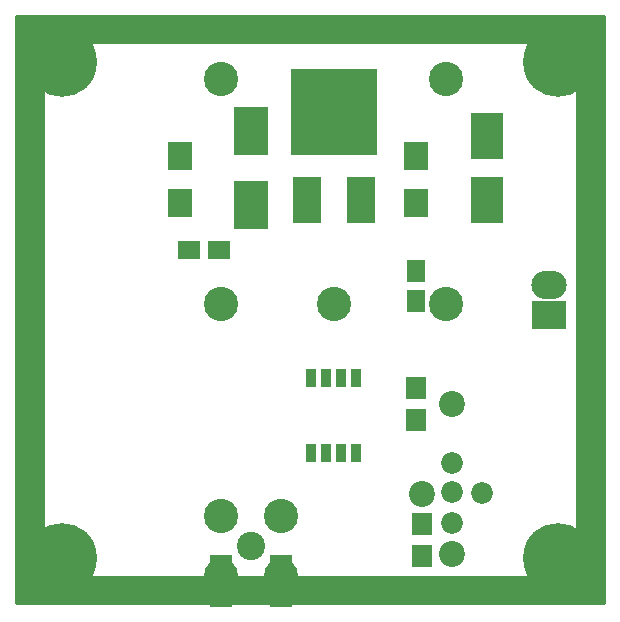
<source format=gbr>
G04 #@! TF.FileFunction,Soldermask,Bot*
%FSLAX46Y46*%
G04 Gerber Fmt 4.6, Leading zero omitted, Abs format (unit mm)*
G04 Created by KiCad (PCBNEW 4.0.7) date 01/10/18 11:32:41*
%MOMM*%
%LPD*%
G01*
G04 APERTURE LIST*
%ADD10C,0.100000*%
%ADD11R,2.000000X2.400000*%
%ADD12R,1.900000X1.650000*%
%ADD13R,1.650000X1.900000*%
%ADD14R,2.900000X4.150000*%
%ADD15R,3.000000X2.400000*%
%ADD16O,3.000000X2.400000*%
%ADD17C,5.900000*%
%ADD18C,2.398980*%
%ADD19C,2.899360*%
%ADD20R,1.900000X4.400000*%
%ADD21C,2.900000*%
%ADD22R,1.700000X1.900000*%
%ADD23C,2.200000*%
%ADD24R,2.400000X3.900000*%
%ADD25R,7.400000X7.400000*%
%ADD26R,0.908000X1.543000*%
%ADD27C,1.840000*%
%ADD28R,2.700000X3.900000*%
%ADD29C,0.254000*%
G04 APERTURE END LIST*
D10*
D11*
X114000000Y-61000000D03*
X114000000Y-57000000D03*
D12*
X97250000Y-65000000D03*
X94750000Y-65000000D03*
D11*
X94000000Y-61000000D03*
X94000000Y-57000000D03*
D13*
X114000000Y-69250000D03*
X114000000Y-66750000D03*
D14*
X100000000Y-61125000D03*
X100000000Y-54875000D03*
D15*
X125250000Y-70500000D03*
D16*
X125250000Y-67960000D03*
D17*
X126000000Y-49000000D03*
D18*
X100000000Y-90000000D03*
D19*
X102540000Y-87460000D03*
X102540000Y-92540000D03*
X97460000Y-92540000D03*
X97460000Y-87460000D03*
D17*
X84000000Y-49000000D03*
X126000000Y-91000000D03*
X84000000Y-91000000D03*
D20*
X102540000Y-93000000D03*
X97460000Y-93000000D03*
D21*
X97475000Y-50475000D03*
X116525000Y-50475000D03*
X116525000Y-69525000D03*
X97475000Y-69525000D03*
X107000000Y-69525000D03*
D22*
X114000000Y-79350000D03*
X114000000Y-76650000D03*
X114500000Y-90850000D03*
X114500000Y-88150000D03*
D23*
X117000000Y-78000000D03*
X114460000Y-85620000D03*
X117000000Y-90700000D03*
D24*
X109290000Y-60700000D03*
X104710000Y-60700000D03*
D25*
X106990000Y-53300000D03*
D26*
X105095000Y-82175000D03*
X106365000Y-82175000D03*
X107635000Y-82175000D03*
X108905000Y-82175000D03*
X108905000Y-75825000D03*
X107635000Y-75825000D03*
X106365000Y-75825000D03*
X105095000Y-75825000D03*
D27*
X117000000Y-83000000D03*
X119540000Y-85540000D03*
X117000000Y-88080000D03*
X117000000Y-88100000D03*
X117000000Y-85460000D03*
X117000000Y-83000000D03*
D28*
X120000000Y-60700000D03*
X120000000Y-55300000D03*
D29*
G36*
X129873000Y-94873000D02*
X80127000Y-94873000D01*
X80127000Y-47500000D01*
X82373000Y-47500000D01*
X82373000Y-92500000D01*
X82383006Y-92549410D01*
X82411447Y-92591035D01*
X82453841Y-92618315D01*
X82500000Y-92627000D01*
X127500000Y-92627000D01*
X127549410Y-92616994D01*
X127591035Y-92588553D01*
X127618315Y-92546159D01*
X127627000Y-92500000D01*
X127627000Y-47500000D01*
X127616994Y-47450590D01*
X127588553Y-47408965D01*
X127546159Y-47381685D01*
X127500000Y-47373000D01*
X82500000Y-47373000D01*
X82450590Y-47383006D01*
X82408965Y-47411447D01*
X82381685Y-47453841D01*
X82373000Y-47500000D01*
X80127000Y-47500000D01*
X80127000Y-45127000D01*
X129873000Y-45127000D01*
X129873000Y-94873000D01*
X129873000Y-94873000D01*
G37*
X129873000Y-94873000D02*
X80127000Y-94873000D01*
X80127000Y-47500000D01*
X82373000Y-47500000D01*
X82373000Y-92500000D01*
X82383006Y-92549410D01*
X82411447Y-92591035D01*
X82453841Y-92618315D01*
X82500000Y-92627000D01*
X127500000Y-92627000D01*
X127549410Y-92616994D01*
X127591035Y-92588553D01*
X127618315Y-92546159D01*
X127627000Y-92500000D01*
X127627000Y-47500000D01*
X127616994Y-47450590D01*
X127588553Y-47408965D01*
X127546159Y-47381685D01*
X127500000Y-47373000D01*
X82500000Y-47373000D01*
X82450590Y-47383006D01*
X82408965Y-47411447D01*
X82381685Y-47453841D01*
X82373000Y-47500000D01*
X80127000Y-47500000D01*
X80127000Y-45127000D01*
X129873000Y-45127000D01*
X129873000Y-94873000D01*
M02*

</source>
